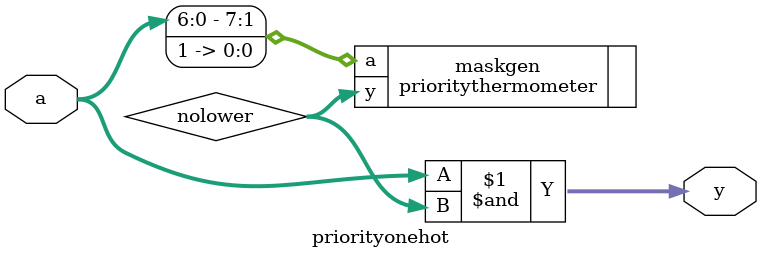
<source format=sv>

`include "wally-config.vh"

module priorityonehot #(parameter ENTRIES = 8) (
  input  logic  [ENTRIES-1:0] a,
  output logic  [ENTRIES-1:0] y
);
  logic [ENTRIES-1:0] nolower;

  // create thermometer code mask
  prioritythermometer #(ENTRIES) maskgen(.a({a[ENTRIES-2:0], 1'b1}), .y(nolower));
  assign y = a & nolower;
endmodule

</source>
